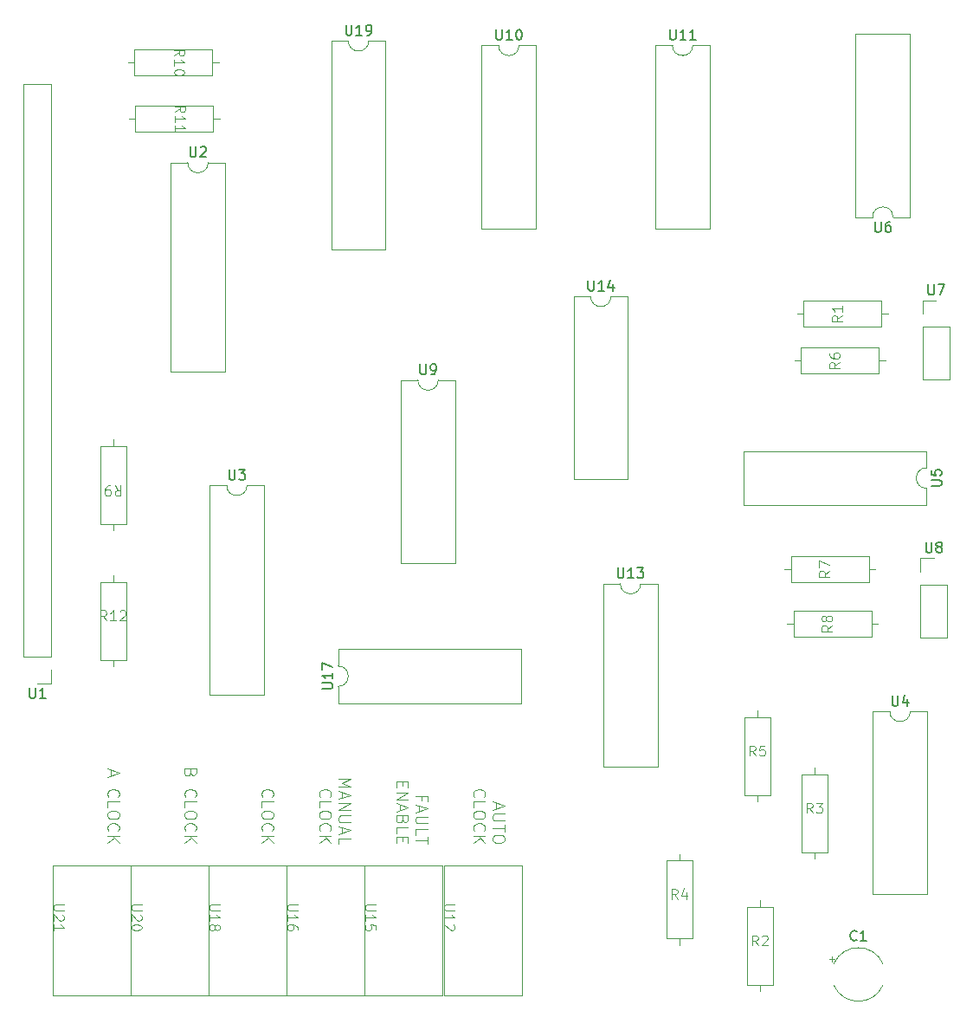
<source format=gbr>
%TF.GenerationSoftware,KiCad,Pcbnew,8.0.2-1*%
%TF.CreationDate,2024-08-04T08:33:09-04:00*%
%TF.ProjectId,clock,636c6f63-6b2e-46b6-9963-61645f706362,rev?*%
%TF.SameCoordinates,Original*%
%TF.FileFunction,Legend,Top*%
%TF.FilePolarity,Positive*%
%FSLAX46Y46*%
G04 Gerber Fmt 4.6, Leading zero omitted, Abs format (unit mm)*
G04 Created by KiCad (PCBNEW 8.0.2-1) date 2024-08-04 08:33:09*
%MOMM*%
%LPD*%
G01*
G04 APERTURE LIST*
%ADD10C,0.117000*%
%ADD11C,0.150000*%
%ADD12C,0.100000*%
%ADD13C,0.120000*%
G04 APERTURE END LIST*
D10*
X129745155Y-128081670D02*
X129745155Y-128638813D01*
X129410869Y-127970241D02*
X130580869Y-128360241D01*
X130580869Y-128360241D02*
X129410869Y-128750241D01*
X130580869Y-129140241D02*
X129633726Y-129140241D01*
X129633726Y-129140241D02*
X129522298Y-129195955D01*
X129522298Y-129195955D02*
X129466584Y-129251670D01*
X129466584Y-129251670D02*
X129410869Y-129363098D01*
X129410869Y-129363098D02*
X129410869Y-129585955D01*
X129410869Y-129585955D02*
X129466584Y-129697384D01*
X129466584Y-129697384D02*
X129522298Y-129753098D01*
X129522298Y-129753098D02*
X129633726Y-129808812D01*
X129633726Y-129808812D02*
X130580869Y-129808812D01*
X130580869Y-130198812D02*
X130580869Y-130867384D01*
X129410869Y-130533098D02*
X130580869Y-130533098D01*
X130580869Y-131480241D02*
X130580869Y-131703098D01*
X130580869Y-131703098D02*
X130525155Y-131814527D01*
X130525155Y-131814527D02*
X130413726Y-131925955D01*
X130413726Y-131925955D02*
X130190869Y-131981670D01*
X130190869Y-131981670D02*
X129800869Y-131981670D01*
X129800869Y-131981670D02*
X129578012Y-131925955D01*
X129578012Y-131925955D02*
X129466584Y-131814527D01*
X129466584Y-131814527D02*
X129410869Y-131703098D01*
X129410869Y-131703098D02*
X129410869Y-131480241D01*
X129410869Y-131480241D02*
X129466584Y-131368813D01*
X129466584Y-131368813D02*
X129578012Y-131257384D01*
X129578012Y-131257384D02*
X129800869Y-131201670D01*
X129800869Y-131201670D02*
X130190869Y-131201670D01*
X130190869Y-131201670D02*
X130413726Y-131257384D01*
X130413726Y-131257384D02*
X130525155Y-131368813D01*
X130525155Y-131368813D02*
X130580869Y-131480241D01*
X127638664Y-127468812D02*
X127582950Y-127413098D01*
X127582950Y-127413098D02*
X127527235Y-127245955D01*
X127527235Y-127245955D02*
X127527235Y-127134527D01*
X127527235Y-127134527D02*
X127582950Y-126967384D01*
X127582950Y-126967384D02*
X127694378Y-126855955D01*
X127694378Y-126855955D02*
X127805807Y-126800241D01*
X127805807Y-126800241D02*
X128028664Y-126744527D01*
X128028664Y-126744527D02*
X128195807Y-126744527D01*
X128195807Y-126744527D02*
X128418664Y-126800241D01*
X128418664Y-126800241D02*
X128530092Y-126855955D01*
X128530092Y-126855955D02*
X128641521Y-126967384D01*
X128641521Y-126967384D02*
X128697235Y-127134527D01*
X128697235Y-127134527D02*
X128697235Y-127245955D01*
X128697235Y-127245955D02*
X128641521Y-127413098D01*
X128641521Y-127413098D02*
X128585807Y-127468812D01*
X127527235Y-128527384D02*
X127527235Y-127970241D01*
X127527235Y-127970241D02*
X128697235Y-127970241D01*
X128697235Y-129140241D02*
X128697235Y-129363098D01*
X128697235Y-129363098D02*
X128641521Y-129474527D01*
X128641521Y-129474527D02*
X128530092Y-129585955D01*
X128530092Y-129585955D02*
X128307235Y-129641670D01*
X128307235Y-129641670D02*
X127917235Y-129641670D01*
X127917235Y-129641670D02*
X127694378Y-129585955D01*
X127694378Y-129585955D02*
X127582950Y-129474527D01*
X127582950Y-129474527D02*
X127527235Y-129363098D01*
X127527235Y-129363098D02*
X127527235Y-129140241D01*
X127527235Y-129140241D02*
X127582950Y-129028813D01*
X127582950Y-129028813D02*
X127694378Y-128917384D01*
X127694378Y-128917384D02*
X127917235Y-128861670D01*
X127917235Y-128861670D02*
X128307235Y-128861670D01*
X128307235Y-128861670D02*
X128530092Y-128917384D01*
X128530092Y-128917384D02*
X128641521Y-129028813D01*
X128641521Y-129028813D02*
X128697235Y-129140241D01*
X127638664Y-130811669D02*
X127582950Y-130755955D01*
X127582950Y-130755955D02*
X127527235Y-130588812D01*
X127527235Y-130588812D02*
X127527235Y-130477384D01*
X127527235Y-130477384D02*
X127582950Y-130310241D01*
X127582950Y-130310241D02*
X127694378Y-130198812D01*
X127694378Y-130198812D02*
X127805807Y-130143098D01*
X127805807Y-130143098D02*
X128028664Y-130087384D01*
X128028664Y-130087384D02*
X128195807Y-130087384D01*
X128195807Y-130087384D02*
X128418664Y-130143098D01*
X128418664Y-130143098D02*
X128530092Y-130198812D01*
X128530092Y-130198812D02*
X128641521Y-130310241D01*
X128641521Y-130310241D02*
X128697235Y-130477384D01*
X128697235Y-130477384D02*
X128697235Y-130588812D01*
X128697235Y-130588812D02*
X128641521Y-130755955D01*
X128641521Y-130755955D02*
X128585807Y-130811669D01*
X127527235Y-131313098D02*
X128697235Y-131313098D01*
X127527235Y-131981669D02*
X128195807Y-131480241D01*
X128697235Y-131981669D02*
X128028664Y-131313098D01*
X122489190Y-127803098D02*
X122489190Y-127413098D01*
X121876333Y-127413098D02*
X123046333Y-127413098D01*
X123046333Y-127413098D02*
X123046333Y-127970241D01*
X122210619Y-128360241D02*
X122210619Y-128917384D01*
X121876333Y-128248812D02*
X123046333Y-128638812D01*
X123046333Y-128638812D02*
X121876333Y-129028812D01*
X123046333Y-129418812D02*
X122099190Y-129418812D01*
X122099190Y-129418812D02*
X121987762Y-129474526D01*
X121987762Y-129474526D02*
X121932048Y-129530241D01*
X121932048Y-129530241D02*
X121876333Y-129641669D01*
X121876333Y-129641669D02*
X121876333Y-129864526D01*
X121876333Y-129864526D02*
X121932048Y-129975955D01*
X121932048Y-129975955D02*
X121987762Y-130031669D01*
X121987762Y-130031669D02*
X122099190Y-130087383D01*
X122099190Y-130087383D02*
X123046333Y-130087383D01*
X121876333Y-131201669D02*
X121876333Y-130644526D01*
X121876333Y-130644526D02*
X123046333Y-130644526D01*
X123046333Y-131424526D02*
X123046333Y-132093098D01*
X121876333Y-131758812D02*
X123046333Y-131758812D01*
X120605556Y-126020242D02*
X120605556Y-126410242D01*
X119992699Y-126577385D02*
X119992699Y-126020242D01*
X119992699Y-126020242D02*
X121162699Y-126020242D01*
X121162699Y-126020242D02*
X121162699Y-126577385D01*
X119992699Y-127078813D02*
X121162699Y-127078813D01*
X121162699Y-127078813D02*
X119992699Y-127747384D01*
X119992699Y-127747384D02*
X121162699Y-127747384D01*
X120326985Y-128248813D02*
X120326985Y-128805956D01*
X119992699Y-128137384D02*
X121162699Y-128527384D01*
X121162699Y-128527384D02*
X119992699Y-128917384D01*
X120605556Y-129697384D02*
X120549842Y-129864527D01*
X120549842Y-129864527D02*
X120494128Y-129920241D01*
X120494128Y-129920241D02*
X120382699Y-129975955D01*
X120382699Y-129975955D02*
X120215556Y-129975955D01*
X120215556Y-129975955D02*
X120104128Y-129920241D01*
X120104128Y-129920241D02*
X120048414Y-129864527D01*
X120048414Y-129864527D02*
X119992699Y-129753098D01*
X119992699Y-129753098D02*
X119992699Y-129307384D01*
X119992699Y-129307384D02*
X121162699Y-129307384D01*
X121162699Y-129307384D02*
X121162699Y-129697384D01*
X121162699Y-129697384D02*
X121106985Y-129808813D01*
X121106985Y-129808813D02*
X121051271Y-129864527D01*
X121051271Y-129864527D02*
X120939842Y-129920241D01*
X120939842Y-129920241D02*
X120828414Y-129920241D01*
X120828414Y-129920241D02*
X120716985Y-129864527D01*
X120716985Y-129864527D02*
X120661271Y-129808813D01*
X120661271Y-129808813D02*
X120605556Y-129697384D01*
X120605556Y-129697384D02*
X120605556Y-129307384D01*
X119992699Y-131034527D02*
X119992699Y-130477384D01*
X119992699Y-130477384D02*
X121162699Y-130477384D01*
X120605556Y-131424527D02*
X120605556Y-131814527D01*
X119992699Y-131981670D02*
X119992699Y-131424527D01*
X119992699Y-131424527D02*
X121162699Y-131424527D01*
X121162699Y-131424527D02*
X121162699Y-131981670D01*
X114341797Y-125741670D02*
X115511797Y-125741670D01*
X115511797Y-125741670D02*
X114676083Y-126131670D01*
X114676083Y-126131670D02*
X115511797Y-126521670D01*
X115511797Y-126521670D02*
X114341797Y-126521670D01*
X114676083Y-127023099D02*
X114676083Y-127580242D01*
X114341797Y-126911670D02*
X115511797Y-127301670D01*
X115511797Y-127301670D02*
X114341797Y-127691670D01*
X114341797Y-128081670D02*
X115511797Y-128081670D01*
X115511797Y-128081670D02*
X114341797Y-128750241D01*
X114341797Y-128750241D02*
X115511797Y-128750241D01*
X115511797Y-129307384D02*
X114564654Y-129307384D01*
X114564654Y-129307384D02*
X114453226Y-129363098D01*
X114453226Y-129363098D02*
X114397512Y-129418813D01*
X114397512Y-129418813D02*
X114341797Y-129530241D01*
X114341797Y-129530241D02*
X114341797Y-129753098D01*
X114341797Y-129753098D02*
X114397512Y-129864527D01*
X114397512Y-129864527D02*
X114453226Y-129920241D01*
X114453226Y-129920241D02*
X114564654Y-129975955D01*
X114564654Y-129975955D02*
X115511797Y-129975955D01*
X114676083Y-130477384D02*
X114676083Y-131034527D01*
X114341797Y-130365955D02*
X115511797Y-130755955D01*
X115511797Y-130755955D02*
X114341797Y-131145955D01*
X114341797Y-132093098D02*
X114341797Y-131535955D01*
X114341797Y-131535955D02*
X115511797Y-131535955D01*
X112569592Y-127468812D02*
X112513878Y-127413098D01*
X112513878Y-127413098D02*
X112458163Y-127245955D01*
X112458163Y-127245955D02*
X112458163Y-127134527D01*
X112458163Y-127134527D02*
X112513878Y-126967384D01*
X112513878Y-126967384D02*
X112625306Y-126855955D01*
X112625306Y-126855955D02*
X112736735Y-126800241D01*
X112736735Y-126800241D02*
X112959592Y-126744527D01*
X112959592Y-126744527D02*
X113126735Y-126744527D01*
X113126735Y-126744527D02*
X113349592Y-126800241D01*
X113349592Y-126800241D02*
X113461020Y-126855955D01*
X113461020Y-126855955D02*
X113572449Y-126967384D01*
X113572449Y-126967384D02*
X113628163Y-127134527D01*
X113628163Y-127134527D02*
X113628163Y-127245955D01*
X113628163Y-127245955D02*
X113572449Y-127413098D01*
X113572449Y-127413098D02*
X113516735Y-127468812D01*
X112458163Y-128527384D02*
X112458163Y-127970241D01*
X112458163Y-127970241D02*
X113628163Y-127970241D01*
X113628163Y-129140241D02*
X113628163Y-129363098D01*
X113628163Y-129363098D02*
X113572449Y-129474527D01*
X113572449Y-129474527D02*
X113461020Y-129585955D01*
X113461020Y-129585955D02*
X113238163Y-129641670D01*
X113238163Y-129641670D02*
X112848163Y-129641670D01*
X112848163Y-129641670D02*
X112625306Y-129585955D01*
X112625306Y-129585955D02*
X112513878Y-129474527D01*
X112513878Y-129474527D02*
X112458163Y-129363098D01*
X112458163Y-129363098D02*
X112458163Y-129140241D01*
X112458163Y-129140241D02*
X112513878Y-129028813D01*
X112513878Y-129028813D02*
X112625306Y-128917384D01*
X112625306Y-128917384D02*
X112848163Y-128861670D01*
X112848163Y-128861670D02*
X113238163Y-128861670D01*
X113238163Y-128861670D02*
X113461020Y-128917384D01*
X113461020Y-128917384D02*
X113572449Y-129028813D01*
X113572449Y-129028813D02*
X113628163Y-129140241D01*
X112569592Y-130811669D02*
X112513878Y-130755955D01*
X112513878Y-130755955D02*
X112458163Y-130588812D01*
X112458163Y-130588812D02*
X112458163Y-130477384D01*
X112458163Y-130477384D02*
X112513878Y-130310241D01*
X112513878Y-130310241D02*
X112625306Y-130198812D01*
X112625306Y-130198812D02*
X112736735Y-130143098D01*
X112736735Y-130143098D02*
X112959592Y-130087384D01*
X112959592Y-130087384D02*
X113126735Y-130087384D01*
X113126735Y-130087384D02*
X113349592Y-130143098D01*
X113349592Y-130143098D02*
X113461020Y-130198812D01*
X113461020Y-130198812D02*
X113572449Y-130310241D01*
X113572449Y-130310241D02*
X113628163Y-130477384D01*
X113628163Y-130477384D02*
X113628163Y-130588812D01*
X113628163Y-130588812D02*
X113572449Y-130755955D01*
X113572449Y-130755955D02*
X113516735Y-130811669D01*
X112458163Y-131313098D02*
X113628163Y-131313098D01*
X112458163Y-131981669D02*
X113126735Y-131480241D01*
X113628163Y-131981669D02*
X112959592Y-131313098D01*
X106918690Y-127468812D02*
X106862976Y-127413098D01*
X106862976Y-127413098D02*
X106807261Y-127245955D01*
X106807261Y-127245955D02*
X106807261Y-127134527D01*
X106807261Y-127134527D02*
X106862976Y-126967384D01*
X106862976Y-126967384D02*
X106974404Y-126855955D01*
X106974404Y-126855955D02*
X107085833Y-126800241D01*
X107085833Y-126800241D02*
X107308690Y-126744527D01*
X107308690Y-126744527D02*
X107475833Y-126744527D01*
X107475833Y-126744527D02*
X107698690Y-126800241D01*
X107698690Y-126800241D02*
X107810118Y-126855955D01*
X107810118Y-126855955D02*
X107921547Y-126967384D01*
X107921547Y-126967384D02*
X107977261Y-127134527D01*
X107977261Y-127134527D02*
X107977261Y-127245955D01*
X107977261Y-127245955D02*
X107921547Y-127413098D01*
X107921547Y-127413098D02*
X107865833Y-127468812D01*
X106807261Y-128527384D02*
X106807261Y-127970241D01*
X106807261Y-127970241D02*
X107977261Y-127970241D01*
X107977261Y-129140241D02*
X107977261Y-129363098D01*
X107977261Y-129363098D02*
X107921547Y-129474527D01*
X107921547Y-129474527D02*
X107810118Y-129585955D01*
X107810118Y-129585955D02*
X107587261Y-129641670D01*
X107587261Y-129641670D02*
X107197261Y-129641670D01*
X107197261Y-129641670D02*
X106974404Y-129585955D01*
X106974404Y-129585955D02*
X106862976Y-129474527D01*
X106862976Y-129474527D02*
X106807261Y-129363098D01*
X106807261Y-129363098D02*
X106807261Y-129140241D01*
X106807261Y-129140241D02*
X106862976Y-129028813D01*
X106862976Y-129028813D02*
X106974404Y-128917384D01*
X106974404Y-128917384D02*
X107197261Y-128861670D01*
X107197261Y-128861670D02*
X107587261Y-128861670D01*
X107587261Y-128861670D02*
X107810118Y-128917384D01*
X107810118Y-128917384D02*
X107921547Y-129028813D01*
X107921547Y-129028813D02*
X107977261Y-129140241D01*
X106918690Y-130811669D02*
X106862976Y-130755955D01*
X106862976Y-130755955D02*
X106807261Y-130588812D01*
X106807261Y-130588812D02*
X106807261Y-130477384D01*
X106807261Y-130477384D02*
X106862976Y-130310241D01*
X106862976Y-130310241D02*
X106974404Y-130198812D01*
X106974404Y-130198812D02*
X107085833Y-130143098D01*
X107085833Y-130143098D02*
X107308690Y-130087384D01*
X107308690Y-130087384D02*
X107475833Y-130087384D01*
X107475833Y-130087384D02*
X107698690Y-130143098D01*
X107698690Y-130143098D02*
X107810118Y-130198812D01*
X107810118Y-130198812D02*
X107921547Y-130310241D01*
X107921547Y-130310241D02*
X107977261Y-130477384D01*
X107977261Y-130477384D02*
X107977261Y-130588812D01*
X107977261Y-130588812D02*
X107921547Y-130755955D01*
X107921547Y-130755955D02*
X107865833Y-130811669D01*
X106807261Y-131313098D02*
X107977261Y-131313098D01*
X106807261Y-131981669D02*
X107475833Y-131480241D01*
X107977261Y-131981669D02*
X107308690Y-131313098D01*
X99885582Y-125128812D02*
X99829868Y-125295955D01*
X99829868Y-125295955D02*
X99774154Y-125351669D01*
X99774154Y-125351669D02*
X99662725Y-125407383D01*
X99662725Y-125407383D02*
X99495582Y-125407383D01*
X99495582Y-125407383D02*
X99384154Y-125351669D01*
X99384154Y-125351669D02*
X99328440Y-125295955D01*
X99328440Y-125295955D02*
X99272725Y-125184526D01*
X99272725Y-125184526D02*
X99272725Y-124738812D01*
X99272725Y-124738812D02*
X100442725Y-124738812D01*
X100442725Y-124738812D02*
X100442725Y-125128812D01*
X100442725Y-125128812D02*
X100387011Y-125240241D01*
X100387011Y-125240241D02*
X100331297Y-125295955D01*
X100331297Y-125295955D02*
X100219868Y-125351669D01*
X100219868Y-125351669D02*
X100108440Y-125351669D01*
X100108440Y-125351669D02*
X99997011Y-125295955D01*
X99997011Y-125295955D02*
X99941297Y-125240241D01*
X99941297Y-125240241D02*
X99885582Y-125128812D01*
X99885582Y-125128812D02*
X99885582Y-124738812D01*
X99384154Y-127468812D02*
X99328440Y-127413098D01*
X99328440Y-127413098D02*
X99272725Y-127245955D01*
X99272725Y-127245955D02*
X99272725Y-127134527D01*
X99272725Y-127134527D02*
X99328440Y-126967384D01*
X99328440Y-126967384D02*
X99439868Y-126855955D01*
X99439868Y-126855955D02*
X99551297Y-126800241D01*
X99551297Y-126800241D02*
X99774154Y-126744527D01*
X99774154Y-126744527D02*
X99941297Y-126744527D01*
X99941297Y-126744527D02*
X100164154Y-126800241D01*
X100164154Y-126800241D02*
X100275582Y-126855955D01*
X100275582Y-126855955D02*
X100387011Y-126967384D01*
X100387011Y-126967384D02*
X100442725Y-127134527D01*
X100442725Y-127134527D02*
X100442725Y-127245955D01*
X100442725Y-127245955D02*
X100387011Y-127413098D01*
X100387011Y-127413098D02*
X100331297Y-127468812D01*
X99272725Y-128527384D02*
X99272725Y-127970241D01*
X99272725Y-127970241D02*
X100442725Y-127970241D01*
X100442725Y-129140241D02*
X100442725Y-129363098D01*
X100442725Y-129363098D02*
X100387011Y-129474527D01*
X100387011Y-129474527D02*
X100275582Y-129585955D01*
X100275582Y-129585955D02*
X100052725Y-129641670D01*
X100052725Y-129641670D02*
X99662725Y-129641670D01*
X99662725Y-129641670D02*
X99439868Y-129585955D01*
X99439868Y-129585955D02*
X99328440Y-129474527D01*
X99328440Y-129474527D02*
X99272725Y-129363098D01*
X99272725Y-129363098D02*
X99272725Y-129140241D01*
X99272725Y-129140241D02*
X99328440Y-129028813D01*
X99328440Y-129028813D02*
X99439868Y-128917384D01*
X99439868Y-128917384D02*
X99662725Y-128861670D01*
X99662725Y-128861670D02*
X100052725Y-128861670D01*
X100052725Y-128861670D02*
X100275582Y-128917384D01*
X100275582Y-128917384D02*
X100387011Y-129028813D01*
X100387011Y-129028813D02*
X100442725Y-129140241D01*
X99384154Y-130811669D02*
X99328440Y-130755955D01*
X99328440Y-130755955D02*
X99272725Y-130588812D01*
X99272725Y-130588812D02*
X99272725Y-130477384D01*
X99272725Y-130477384D02*
X99328440Y-130310241D01*
X99328440Y-130310241D02*
X99439868Y-130198812D01*
X99439868Y-130198812D02*
X99551297Y-130143098D01*
X99551297Y-130143098D02*
X99774154Y-130087384D01*
X99774154Y-130087384D02*
X99941297Y-130087384D01*
X99941297Y-130087384D02*
X100164154Y-130143098D01*
X100164154Y-130143098D02*
X100275582Y-130198812D01*
X100275582Y-130198812D02*
X100387011Y-130310241D01*
X100387011Y-130310241D02*
X100442725Y-130477384D01*
X100442725Y-130477384D02*
X100442725Y-130588812D01*
X100442725Y-130588812D02*
X100387011Y-130755955D01*
X100387011Y-130755955D02*
X100331297Y-130811669D01*
X99272725Y-131313098D02*
X100442725Y-131313098D01*
X99272725Y-131981669D02*
X99941297Y-131480241D01*
X100442725Y-131981669D02*
X99774154Y-131313098D01*
X92072475Y-124850241D02*
X92072475Y-125407384D01*
X91738189Y-124738812D02*
X92908189Y-125128812D01*
X92908189Y-125128812D02*
X91738189Y-125518812D01*
X91849618Y-127468812D02*
X91793904Y-127413098D01*
X91793904Y-127413098D02*
X91738189Y-127245955D01*
X91738189Y-127245955D02*
X91738189Y-127134527D01*
X91738189Y-127134527D02*
X91793904Y-126967384D01*
X91793904Y-126967384D02*
X91905332Y-126855955D01*
X91905332Y-126855955D02*
X92016761Y-126800241D01*
X92016761Y-126800241D02*
X92239618Y-126744527D01*
X92239618Y-126744527D02*
X92406761Y-126744527D01*
X92406761Y-126744527D02*
X92629618Y-126800241D01*
X92629618Y-126800241D02*
X92741046Y-126855955D01*
X92741046Y-126855955D02*
X92852475Y-126967384D01*
X92852475Y-126967384D02*
X92908189Y-127134527D01*
X92908189Y-127134527D02*
X92908189Y-127245955D01*
X92908189Y-127245955D02*
X92852475Y-127413098D01*
X92852475Y-127413098D02*
X92796761Y-127468812D01*
X91738189Y-128527384D02*
X91738189Y-127970241D01*
X91738189Y-127970241D02*
X92908189Y-127970241D01*
X92908189Y-129140241D02*
X92908189Y-129363098D01*
X92908189Y-129363098D02*
X92852475Y-129474527D01*
X92852475Y-129474527D02*
X92741046Y-129585955D01*
X92741046Y-129585955D02*
X92518189Y-129641670D01*
X92518189Y-129641670D02*
X92128189Y-129641670D01*
X92128189Y-129641670D02*
X91905332Y-129585955D01*
X91905332Y-129585955D02*
X91793904Y-129474527D01*
X91793904Y-129474527D02*
X91738189Y-129363098D01*
X91738189Y-129363098D02*
X91738189Y-129140241D01*
X91738189Y-129140241D02*
X91793904Y-129028813D01*
X91793904Y-129028813D02*
X91905332Y-128917384D01*
X91905332Y-128917384D02*
X92128189Y-128861670D01*
X92128189Y-128861670D02*
X92518189Y-128861670D01*
X92518189Y-128861670D02*
X92741046Y-128917384D01*
X92741046Y-128917384D02*
X92852475Y-129028813D01*
X92852475Y-129028813D02*
X92908189Y-129140241D01*
X91849618Y-130811669D02*
X91793904Y-130755955D01*
X91793904Y-130755955D02*
X91738189Y-130588812D01*
X91738189Y-130588812D02*
X91738189Y-130477384D01*
X91738189Y-130477384D02*
X91793904Y-130310241D01*
X91793904Y-130310241D02*
X91905332Y-130198812D01*
X91905332Y-130198812D02*
X92016761Y-130143098D01*
X92016761Y-130143098D02*
X92239618Y-130087384D01*
X92239618Y-130087384D02*
X92406761Y-130087384D01*
X92406761Y-130087384D02*
X92629618Y-130143098D01*
X92629618Y-130143098D02*
X92741046Y-130198812D01*
X92741046Y-130198812D02*
X92852475Y-130310241D01*
X92852475Y-130310241D02*
X92908189Y-130477384D01*
X92908189Y-130477384D02*
X92908189Y-130588812D01*
X92908189Y-130588812D02*
X92852475Y-130755955D01*
X92852475Y-130755955D02*
X92796761Y-130811669D01*
X91738189Y-131313098D02*
X92908189Y-131313098D01*
X91738189Y-131981669D02*
X92406761Y-131480241D01*
X92908189Y-131981669D02*
X92239618Y-131313098D01*
D11*
X165034333Y-141458580D02*
X164986714Y-141506200D01*
X164986714Y-141506200D02*
X164843857Y-141553819D01*
X164843857Y-141553819D02*
X164748619Y-141553819D01*
X164748619Y-141553819D02*
X164605762Y-141506200D01*
X164605762Y-141506200D02*
X164510524Y-141410961D01*
X164510524Y-141410961D02*
X164462905Y-141315723D01*
X164462905Y-141315723D02*
X164415286Y-141125247D01*
X164415286Y-141125247D02*
X164415286Y-140982390D01*
X164415286Y-140982390D02*
X164462905Y-140791914D01*
X164462905Y-140791914D02*
X164510524Y-140696676D01*
X164510524Y-140696676D02*
X164605762Y-140601438D01*
X164605762Y-140601438D02*
X164748619Y-140553819D01*
X164748619Y-140553819D02*
X164843857Y-140553819D01*
X164843857Y-140553819D02*
X164986714Y-140601438D01*
X164986714Y-140601438D02*
X165034333Y-140649057D01*
X165986714Y-141553819D02*
X165415286Y-141553819D01*
X165701000Y-141553819D02*
X165701000Y-140553819D01*
X165701000Y-140553819D02*
X165605762Y-140696676D01*
X165605762Y-140696676D02*
X165510524Y-140791914D01*
X165510524Y-140791914D02*
X165415286Y-140839533D01*
D12*
X98342580Y-60557142D02*
X98818771Y-60223809D01*
X98342580Y-59985714D02*
X99342580Y-59985714D01*
X99342580Y-59985714D02*
X99342580Y-60366666D01*
X99342580Y-60366666D02*
X99294961Y-60461904D01*
X99294961Y-60461904D02*
X99247342Y-60509523D01*
X99247342Y-60509523D02*
X99152104Y-60557142D01*
X99152104Y-60557142D02*
X99009247Y-60557142D01*
X99009247Y-60557142D02*
X98914009Y-60509523D01*
X98914009Y-60509523D02*
X98866390Y-60461904D01*
X98866390Y-60461904D02*
X98818771Y-60366666D01*
X98818771Y-60366666D02*
X98818771Y-59985714D01*
X98342580Y-61509523D02*
X98342580Y-60938095D01*
X98342580Y-61223809D02*
X99342580Y-61223809D01*
X99342580Y-61223809D02*
X99199723Y-61128571D01*
X99199723Y-61128571D02*
X99104485Y-61033333D01*
X99104485Y-61033333D02*
X99056866Y-60938095D01*
X98342580Y-62461904D02*
X98342580Y-61890476D01*
X98342580Y-62176190D02*
X99342580Y-62176190D01*
X99342580Y-62176190D02*
X99199723Y-62080952D01*
X99199723Y-62080952D02*
X99104485Y-61985714D01*
X99104485Y-61985714D02*
X99056866Y-61890476D01*
D11*
X122348095Y-85199819D02*
X122348095Y-86009342D01*
X122348095Y-86009342D02*
X122395714Y-86104580D01*
X122395714Y-86104580D02*
X122443333Y-86152200D01*
X122443333Y-86152200D02*
X122538571Y-86199819D01*
X122538571Y-86199819D02*
X122729047Y-86199819D01*
X122729047Y-86199819D02*
X122824285Y-86152200D01*
X122824285Y-86152200D02*
X122871904Y-86104580D01*
X122871904Y-86104580D02*
X122919523Y-86009342D01*
X122919523Y-86009342D02*
X122919523Y-85199819D01*
X123443333Y-86199819D02*
X123633809Y-86199819D01*
X123633809Y-86199819D02*
X123729047Y-86152200D01*
X123729047Y-86152200D02*
X123776666Y-86104580D01*
X123776666Y-86104580D02*
X123871904Y-85961723D01*
X123871904Y-85961723D02*
X123919523Y-85771247D01*
X123919523Y-85771247D02*
X123919523Y-85390295D01*
X123919523Y-85390295D02*
X123871904Y-85295057D01*
X123871904Y-85295057D02*
X123824285Y-85247438D01*
X123824285Y-85247438D02*
X123729047Y-85199819D01*
X123729047Y-85199819D02*
X123538571Y-85199819D01*
X123538571Y-85199819D02*
X123443333Y-85247438D01*
X123443333Y-85247438D02*
X123395714Y-85295057D01*
X123395714Y-85295057D02*
X123348095Y-85390295D01*
X123348095Y-85390295D02*
X123348095Y-85628390D01*
X123348095Y-85628390D02*
X123395714Y-85723628D01*
X123395714Y-85723628D02*
X123443333Y-85771247D01*
X123443333Y-85771247D02*
X123538571Y-85818866D01*
X123538571Y-85818866D02*
X123729047Y-85818866D01*
X123729047Y-85818866D02*
X123824285Y-85771247D01*
X123824285Y-85771247D02*
X123871904Y-85723628D01*
X123871904Y-85723628D02*
X123919523Y-85628390D01*
X138771905Y-77024819D02*
X138771905Y-77834342D01*
X138771905Y-77834342D02*
X138819524Y-77929580D01*
X138819524Y-77929580D02*
X138867143Y-77977200D01*
X138867143Y-77977200D02*
X138962381Y-78024819D01*
X138962381Y-78024819D02*
X139152857Y-78024819D01*
X139152857Y-78024819D02*
X139248095Y-77977200D01*
X139248095Y-77977200D02*
X139295714Y-77929580D01*
X139295714Y-77929580D02*
X139343333Y-77834342D01*
X139343333Y-77834342D02*
X139343333Y-77024819D01*
X140343333Y-78024819D02*
X139771905Y-78024819D01*
X140057619Y-78024819D02*
X140057619Y-77024819D01*
X140057619Y-77024819D02*
X139962381Y-77167676D01*
X139962381Y-77167676D02*
X139867143Y-77262914D01*
X139867143Y-77262914D02*
X139771905Y-77310533D01*
X141200476Y-77358152D02*
X141200476Y-78024819D01*
X140962381Y-76977200D02*
X140724286Y-77691485D01*
X140724286Y-77691485D02*
X141343333Y-77691485D01*
X115071905Y-52049819D02*
X115071905Y-52859342D01*
X115071905Y-52859342D02*
X115119524Y-52954580D01*
X115119524Y-52954580D02*
X115167143Y-53002200D01*
X115167143Y-53002200D02*
X115262381Y-53049819D01*
X115262381Y-53049819D02*
X115452857Y-53049819D01*
X115452857Y-53049819D02*
X115548095Y-53002200D01*
X115548095Y-53002200D02*
X115595714Y-52954580D01*
X115595714Y-52954580D02*
X115643333Y-52859342D01*
X115643333Y-52859342D02*
X115643333Y-52049819D01*
X116643333Y-53049819D02*
X116071905Y-53049819D01*
X116357619Y-53049819D02*
X116357619Y-52049819D01*
X116357619Y-52049819D02*
X116262381Y-52192676D01*
X116262381Y-52192676D02*
X116167143Y-52287914D01*
X116167143Y-52287914D02*
X116071905Y-52335533D01*
X117119524Y-53049819D02*
X117310000Y-53049819D01*
X117310000Y-53049819D02*
X117405238Y-53002200D01*
X117405238Y-53002200D02*
X117452857Y-52954580D01*
X117452857Y-52954580D02*
X117548095Y-52811723D01*
X117548095Y-52811723D02*
X117595714Y-52621247D01*
X117595714Y-52621247D02*
X117595714Y-52240295D01*
X117595714Y-52240295D02*
X117548095Y-52145057D01*
X117548095Y-52145057D02*
X117500476Y-52097438D01*
X117500476Y-52097438D02*
X117405238Y-52049819D01*
X117405238Y-52049819D02*
X117214762Y-52049819D01*
X117214762Y-52049819D02*
X117119524Y-52097438D01*
X117119524Y-52097438D02*
X117071905Y-52145057D01*
X117071905Y-52145057D02*
X117024286Y-52240295D01*
X117024286Y-52240295D02*
X117024286Y-52478390D01*
X117024286Y-52478390D02*
X117071905Y-52573628D01*
X117071905Y-52573628D02*
X117119524Y-52621247D01*
X117119524Y-52621247D02*
X117214762Y-52668866D01*
X117214762Y-52668866D02*
X117405238Y-52668866D01*
X117405238Y-52668866D02*
X117500476Y-52621247D01*
X117500476Y-52621247D02*
X117548095Y-52573628D01*
X117548095Y-52573628D02*
X117595714Y-52478390D01*
D12*
X162369419Y-105391666D02*
X161893228Y-105724999D01*
X162369419Y-105963094D02*
X161369419Y-105963094D01*
X161369419Y-105963094D02*
X161369419Y-105582142D01*
X161369419Y-105582142D02*
X161417038Y-105486904D01*
X161417038Y-105486904D02*
X161464657Y-105439285D01*
X161464657Y-105439285D02*
X161559895Y-105391666D01*
X161559895Y-105391666D02*
X161702752Y-105391666D01*
X161702752Y-105391666D02*
X161797990Y-105439285D01*
X161797990Y-105439285D02*
X161845609Y-105486904D01*
X161845609Y-105486904D02*
X161893228Y-105582142D01*
X161893228Y-105582142D02*
X161893228Y-105963094D01*
X161369419Y-105058332D02*
X161369419Y-104391666D01*
X161369419Y-104391666D02*
X162369419Y-104820237D01*
X102712580Y-138016905D02*
X101903057Y-138016905D01*
X101903057Y-138016905D02*
X101807819Y-138064524D01*
X101807819Y-138064524D02*
X101760200Y-138112143D01*
X101760200Y-138112143D02*
X101712580Y-138207381D01*
X101712580Y-138207381D02*
X101712580Y-138397857D01*
X101712580Y-138397857D02*
X101760200Y-138493095D01*
X101760200Y-138493095D02*
X101807819Y-138540714D01*
X101807819Y-138540714D02*
X101903057Y-138588333D01*
X101903057Y-138588333D02*
X102712580Y-138588333D01*
X101712580Y-139588333D02*
X101712580Y-139016905D01*
X101712580Y-139302619D02*
X102712580Y-139302619D01*
X102712580Y-139302619D02*
X102569723Y-139207381D01*
X102569723Y-139207381D02*
X102474485Y-139112143D01*
X102474485Y-139112143D02*
X102426866Y-139016905D01*
X102284009Y-140159762D02*
X102331628Y-140064524D01*
X102331628Y-140064524D02*
X102379247Y-140016905D01*
X102379247Y-140016905D02*
X102474485Y-139969286D01*
X102474485Y-139969286D02*
X102522104Y-139969286D01*
X102522104Y-139969286D02*
X102617342Y-140016905D01*
X102617342Y-140016905D02*
X102664961Y-140064524D01*
X102664961Y-140064524D02*
X102712580Y-140159762D01*
X102712580Y-140159762D02*
X102712580Y-140350238D01*
X102712580Y-140350238D02*
X102664961Y-140445476D01*
X102664961Y-140445476D02*
X102617342Y-140493095D01*
X102617342Y-140493095D02*
X102522104Y-140540714D01*
X102522104Y-140540714D02*
X102474485Y-140540714D01*
X102474485Y-140540714D02*
X102379247Y-140493095D01*
X102379247Y-140493095D02*
X102331628Y-140445476D01*
X102331628Y-140445476D02*
X102284009Y-140350238D01*
X102284009Y-140350238D02*
X102284009Y-140159762D01*
X102284009Y-140159762D02*
X102236390Y-140064524D01*
X102236390Y-140064524D02*
X102188771Y-140016905D01*
X102188771Y-140016905D02*
X102093533Y-139969286D01*
X102093533Y-139969286D02*
X101903057Y-139969286D01*
X101903057Y-139969286D02*
X101807819Y-140016905D01*
X101807819Y-140016905D02*
X101760200Y-140064524D01*
X101760200Y-140064524D02*
X101712580Y-140159762D01*
X101712580Y-140159762D02*
X101712580Y-140350238D01*
X101712580Y-140350238D02*
X101760200Y-140445476D01*
X101760200Y-140445476D02*
X101807819Y-140493095D01*
X101807819Y-140493095D02*
X101903057Y-140540714D01*
X101903057Y-140540714D02*
X102093533Y-140540714D01*
X102093533Y-140540714D02*
X102188771Y-140493095D01*
X102188771Y-140493095D02*
X102236390Y-140445476D01*
X102236390Y-140445476D02*
X102284009Y-140350238D01*
X160716333Y-129058419D02*
X160383000Y-128582228D01*
X160144905Y-129058419D02*
X160144905Y-128058419D01*
X160144905Y-128058419D02*
X160525857Y-128058419D01*
X160525857Y-128058419D02*
X160621095Y-128106038D01*
X160621095Y-128106038D02*
X160668714Y-128153657D01*
X160668714Y-128153657D02*
X160716333Y-128248895D01*
X160716333Y-128248895D02*
X160716333Y-128391752D01*
X160716333Y-128391752D02*
X160668714Y-128486990D01*
X160668714Y-128486990D02*
X160621095Y-128534609D01*
X160621095Y-128534609D02*
X160525857Y-128582228D01*
X160525857Y-128582228D02*
X160144905Y-128582228D01*
X161049667Y-128058419D02*
X161668714Y-128058419D01*
X161668714Y-128058419D02*
X161335381Y-128439371D01*
X161335381Y-128439371D02*
X161478238Y-128439371D01*
X161478238Y-128439371D02*
X161573476Y-128486990D01*
X161573476Y-128486990D02*
X161621095Y-128534609D01*
X161621095Y-128534609D02*
X161668714Y-128629847D01*
X161668714Y-128629847D02*
X161668714Y-128867942D01*
X161668714Y-128867942D02*
X161621095Y-128963180D01*
X161621095Y-128963180D02*
X161573476Y-129010800D01*
X161573476Y-129010800D02*
X161478238Y-129058419D01*
X161478238Y-129058419D02*
X161192524Y-129058419D01*
X161192524Y-129058419D02*
X161097286Y-129010800D01*
X161097286Y-129010800D02*
X161049667Y-128963180D01*
D11*
X84142995Y-116833219D02*
X84142995Y-117642742D01*
X84142995Y-117642742D02*
X84190614Y-117737980D01*
X84190614Y-117737980D02*
X84238233Y-117785600D01*
X84238233Y-117785600D02*
X84333471Y-117833219D01*
X84333471Y-117833219D02*
X84523947Y-117833219D01*
X84523947Y-117833219D02*
X84619185Y-117785600D01*
X84619185Y-117785600D02*
X84666804Y-117737980D01*
X84666804Y-117737980D02*
X84714423Y-117642742D01*
X84714423Y-117642742D02*
X84714423Y-116833219D01*
X85714423Y-117833219D02*
X85142995Y-117833219D01*
X85428709Y-117833219D02*
X85428709Y-116833219D01*
X85428709Y-116833219D02*
X85333471Y-116976076D01*
X85333471Y-116976076D02*
X85238233Y-117071314D01*
X85238233Y-117071314D02*
X85142995Y-117118933D01*
X168513095Y-117584819D02*
X168513095Y-118394342D01*
X168513095Y-118394342D02*
X168560714Y-118489580D01*
X168560714Y-118489580D02*
X168608333Y-118537200D01*
X168608333Y-118537200D02*
X168703571Y-118584819D01*
X168703571Y-118584819D02*
X168894047Y-118584819D01*
X168894047Y-118584819D02*
X168989285Y-118537200D01*
X168989285Y-118537200D02*
X169036904Y-118489580D01*
X169036904Y-118489580D02*
X169084523Y-118394342D01*
X169084523Y-118394342D02*
X169084523Y-117584819D01*
X169989285Y-117918152D02*
X169989285Y-118584819D01*
X169751190Y-117537200D02*
X169513095Y-118251485D01*
X169513095Y-118251485D02*
X170132142Y-118251485D01*
D12*
X155382333Y-142012419D02*
X155049000Y-141536228D01*
X154810905Y-142012419D02*
X154810905Y-141012419D01*
X154810905Y-141012419D02*
X155191857Y-141012419D01*
X155191857Y-141012419D02*
X155287095Y-141060038D01*
X155287095Y-141060038D02*
X155334714Y-141107657D01*
X155334714Y-141107657D02*
X155382333Y-141202895D01*
X155382333Y-141202895D02*
X155382333Y-141345752D01*
X155382333Y-141345752D02*
X155334714Y-141440990D01*
X155334714Y-141440990D02*
X155287095Y-141488609D01*
X155287095Y-141488609D02*
X155191857Y-141536228D01*
X155191857Y-141536228D02*
X154810905Y-141536228D01*
X155763286Y-141107657D02*
X155810905Y-141060038D01*
X155810905Y-141060038D02*
X155906143Y-141012419D01*
X155906143Y-141012419D02*
X156144238Y-141012419D01*
X156144238Y-141012419D02*
X156239476Y-141060038D01*
X156239476Y-141060038D02*
X156287095Y-141107657D01*
X156287095Y-141107657D02*
X156334714Y-141202895D01*
X156334714Y-141202895D02*
X156334714Y-141298133D01*
X156334714Y-141298133D02*
X156287095Y-141440990D01*
X156287095Y-141440990D02*
X155715667Y-142012419D01*
X155715667Y-142012419D02*
X156334714Y-142012419D01*
X162623419Y-110725666D02*
X162147228Y-111058999D01*
X162623419Y-111297094D02*
X161623419Y-111297094D01*
X161623419Y-111297094D02*
X161623419Y-110916142D01*
X161623419Y-110916142D02*
X161671038Y-110820904D01*
X161671038Y-110820904D02*
X161718657Y-110773285D01*
X161718657Y-110773285D02*
X161813895Y-110725666D01*
X161813895Y-110725666D02*
X161956752Y-110725666D01*
X161956752Y-110725666D02*
X162051990Y-110773285D01*
X162051990Y-110773285D02*
X162099609Y-110820904D01*
X162099609Y-110820904D02*
X162147228Y-110916142D01*
X162147228Y-110916142D02*
X162147228Y-111297094D01*
X162051990Y-110154237D02*
X162004371Y-110249475D01*
X162004371Y-110249475D02*
X161956752Y-110297094D01*
X161956752Y-110297094D02*
X161861514Y-110344713D01*
X161861514Y-110344713D02*
X161813895Y-110344713D01*
X161813895Y-110344713D02*
X161718657Y-110297094D01*
X161718657Y-110297094D02*
X161671038Y-110249475D01*
X161671038Y-110249475D02*
X161623419Y-110154237D01*
X161623419Y-110154237D02*
X161623419Y-109963761D01*
X161623419Y-109963761D02*
X161671038Y-109868523D01*
X161671038Y-109868523D02*
X161718657Y-109820904D01*
X161718657Y-109820904D02*
X161813895Y-109773285D01*
X161813895Y-109773285D02*
X161861514Y-109773285D01*
X161861514Y-109773285D02*
X161956752Y-109820904D01*
X161956752Y-109820904D02*
X162004371Y-109868523D01*
X162004371Y-109868523D02*
X162051990Y-109963761D01*
X162051990Y-109963761D02*
X162051990Y-110154237D01*
X162051990Y-110154237D02*
X162099609Y-110249475D01*
X162099609Y-110249475D02*
X162147228Y-110297094D01*
X162147228Y-110297094D02*
X162242466Y-110344713D01*
X162242466Y-110344713D02*
X162432942Y-110344713D01*
X162432942Y-110344713D02*
X162528180Y-110297094D01*
X162528180Y-110297094D02*
X162575800Y-110249475D01*
X162575800Y-110249475D02*
X162623419Y-110154237D01*
X162623419Y-110154237D02*
X162623419Y-109963761D01*
X162623419Y-109963761D02*
X162575800Y-109868523D01*
X162575800Y-109868523D02*
X162528180Y-109820904D01*
X162528180Y-109820904D02*
X162432942Y-109773285D01*
X162432942Y-109773285D02*
X162242466Y-109773285D01*
X162242466Y-109773285D02*
X162147228Y-109820904D01*
X162147228Y-109820904D02*
X162099609Y-109868523D01*
X162099609Y-109868523D02*
X162051990Y-109963761D01*
D11*
X172324819Y-97096904D02*
X173134342Y-97096904D01*
X173134342Y-97096904D02*
X173229580Y-97049285D01*
X173229580Y-97049285D02*
X173277200Y-97001666D01*
X173277200Y-97001666D02*
X173324819Y-96906428D01*
X173324819Y-96906428D02*
X173324819Y-96715952D01*
X173324819Y-96715952D02*
X173277200Y-96620714D01*
X173277200Y-96620714D02*
X173229580Y-96573095D01*
X173229580Y-96573095D02*
X173134342Y-96525476D01*
X173134342Y-96525476D02*
X172324819Y-96525476D01*
X172324819Y-95573095D02*
X172324819Y-96049285D01*
X172324819Y-96049285D02*
X172801009Y-96096904D01*
X172801009Y-96096904D02*
X172753390Y-96049285D01*
X172753390Y-96049285D02*
X172705771Y-95954047D01*
X172705771Y-95954047D02*
X172705771Y-95715952D01*
X172705771Y-95715952D02*
X172753390Y-95620714D01*
X172753390Y-95620714D02*
X172801009Y-95573095D01*
X172801009Y-95573095D02*
X172896247Y-95525476D01*
X172896247Y-95525476D02*
X173134342Y-95525476D01*
X173134342Y-95525476D02*
X173229580Y-95573095D01*
X173229580Y-95573095D02*
X173277200Y-95620714D01*
X173277200Y-95620714D02*
X173324819Y-95715952D01*
X173324819Y-95715952D02*
X173324819Y-95954047D01*
X173324819Y-95954047D02*
X173277200Y-96049285D01*
X173277200Y-96049285D02*
X173229580Y-96096904D01*
D12*
X147508333Y-137482419D02*
X147175000Y-137006228D01*
X146936905Y-137482419D02*
X146936905Y-136482419D01*
X146936905Y-136482419D02*
X147317857Y-136482419D01*
X147317857Y-136482419D02*
X147413095Y-136530038D01*
X147413095Y-136530038D02*
X147460714Y-136577657D01*
X147460714Y-136577657D02*
X147508333Y-136672895D01*
X147508333Y-136672895D02*
X147508333Y-136815752D01*
X147508333Y-136815752D02*
X147460714Y-136910990D01*
X147460714Y-136910990D02*
X147413095Y-136958609D01*
X147413095Y-136958609D02*
X147317857Y-137006228D01*
X147317857Y-137006228D02*
X146936905Y-137006228D01*
X148365476Y-136815752D02*
X148365476Y-137482419D01*
X148127381Y-136434800D02*
X147889286Y-137149085D01*
X147889286Y-137149085D02*
X148508333Y-137149085D01*
X95092580Y-138016905D02*
X94283057Y-138016905D01*
X94283057Y-138016905D02*
X94187819Y-138064524D01*
X94187819Y-138064524D02*
X94140200Y-138112143D01*
X94140200Y-138112143D02*
X94092580Y-138207381D01*
X94092580Y-138207381D02*
X94092580Y-138397857D01*
X94092580Y-138397857D02*
X94140200Y-138493095D01*
X94140200Y-138493095D02*
X94187819Y-138540714D01*
X94187819Y-138540714D02*
X94283057Y-138588333D01*
X94283057Y-138588333D02*
X95092580Y-138588333D01*
X94997342Y-139016905D02*
X95044961Y-139064524D01*
X95044961Y-139064524D02*
X95092580Y-139159762D01*
X95092580Y-139159762D02*
X95092580Y-139397857D01*
X95092580Y-139397857D02*
X95044961Y-139493095D01*
X95044961Y-139493095D02*
X94997342Y-139540714D01*
X94997342Y-139540714D02*
X94902104Y-139588333D01*
X94902104Y-139588333D02*
X94806866Y-139588333D01*
X94806866Y-139588333D02*
X94664009Y-139540714D01*
X94664009Y-139540714D02*
X94092580Y-138969286D01*
X94092580Y-138969286D02*
X94092580Y-139588333D01*
X95092580Y-140207381D02*
X95092580Y-140302619D01*
X95092580Y-140302619D02*
X95044961Y-140397857D01*
X95044961Y-140397857D02*
X94997342Y-140445476D01*
X94997342Y-140445476D02*
X94902104Y-140493095D01*
X94902104Y-140493095D02*
X94711628Y-140540714D01*
X94711628Y-140540714D02*
X94473533Y-140540714D01*
X94473533Y-140540714D02*
X94283057Y-140493095D01*
X94283057Y-140493095D02*
X94187819Y-140445476D01*
X94187819Y-140445476D02*
X94140200Y-140397857D01*
X94140200Y-140397857D02*
X94092580Y-140302619D01*
X94092580Y-140302619D02*
X94092580Y-140207381D01*
X94092580Y-140207381D02*
X94140200Y-140112143D01*
X94140200Y-140112143D02*
X94187819Y-140064524D01*
X94187819Y-140064524D02*
X94283057Y-140016905D01*
X94283057Y-140016905D02*
X94473533Y-139969286D01*
X94473533Y-139969286D02*
X94711628Y-139969286D01*
X94711628Y-139969286D02*
X94902104Y-140016905D01*
X94902104Y-140016905D02*
X94997342Y-140064524D01*
X94997342Y-140064524D02*
X95044961Y-140112143D01*
X95044961Y-140112143D02*
X95092580Y-140207381D01*
D11*
X103648095Y-95490819D02*
X103648095Y-96300342D01*
X103648095Y-96300342D02*
X103695714Y-96395580D01*
X103695714Y-96395580D02*
X103743333Y-96443200D01*
X103743333Y-96443200D02*
X103838571Y-96490819D01*
X103838571Y-96490819D02*
X104029047Y-96490819D01*
X104029047Y-96490819D02*
X104124285Y-96443200D01*
X104124285Y-96443200D02*
X104171904Y-96395580D01*
X104171904Y-96395580D02*
X104219523Y-96300342D01*
X104219523Y-96300342D02*
X104219523Y-95490819D01*
X104600476Y-95490819D02*
X105219523Y-95490819D01*
X105219523Y-95490819D02*
X104886190Y-95871771D01*
X104886190Y-95871771D02*
X105029047Y-95871771D01*
X105029047Y-95871771D02*
X105124285Y-95919390D01*
X105124285Y-95919390D02*
X105171904Y-95967009D01*
X105171904Y-95967009D02*
X105219523Y-96062247D01*
X105219523Y-96062247D02*
X105219523Y-96300342D01*
X105219523Y-96300342D02*
X105171904Y-96395580D01*
X105171904Y-96395580D02*
X105124285Y-96443200D01*
X105124285Y-96443200D02*
X105029047Y-96490819D01*
X105029047Y-96490819D02*
X104743333Y-96490819D01*
X104743333Y-96490819D02*
X104648095Y-96443200D01*
X104648095Y-96443200D02*
X104600476Y-96395580D01*
X141671905Y-105099819D02*
X141671905Y-105909342D01*
X141671905Y-105909342D02*
X141719524Y-106004580D01*
X141719524Y-106004580D02*
X141767143Y-106052200D01*
X141767143Y-106052200D02*
X141862381Y-106099819D01*
X141862381Y-106099819D02*
X142052857Y-106099819D01*
X142052857Y-106099819D02*
X142148095Y-106052200D01*
X142148095Y-106052200D02*
X142195714Y-106004580D01*
X142195714Y-106004580D02*
X142243333Y-105909342D01*
X142243333Y-105909342D02*
X142243333Y-105099819D01*
X143243333Y-106099819D02*
X142671905Y-106099819D01*
X142957619Y-106099819D02*
X142957619Y-105099819D01*
X142957619Y-105099819D02*
X142862381Y-105242676D01*
X142862381Y-105242676D02*
X142767143Y-105337914D01*
X142767143Y-105337914D02*
X142671905Y-105385533D01*
X143576667Y-105099819D02*
X144195714Y-105099819D01*
X144195714Y-105099819D02*
X143862381Y-105480771D01*
X143862381Y-105480771D02*
X144005238Y-105480771D01*
X144005238Y-105480771D02*
X144100476Y-105528390D01*
X144100476Y-105528390D02*
X144148095Y-105576009D01*
X144148095Y-105576009D02*
X144195714Y-105671247D01*
X144195714Y-105671247D02*
X144195714Y-105909342D01*
X144195714Y-105909342D02*
X144148095Y-106004580D01*
X144148095Y-106004580D02*
X144100476Y-106052200D01*
X144100476Y-106052200D02*
X144005238Y-106099819D01*
X144005238Y-106099819D02*
X143719524Y-106099819D01*
X143719524Y-106099819D02*
X143624286Y-106052200D01*
X143624286Y-106052200D02*
X143576667Y-106004580D01*
D12*
X125692580Y-138016905D02*
X124883057Y-138016905D01*
X124883057Y-138016905D02*
X124787819Y-138064524D01*
X124787819Y-138064524D02*
X124740200Y-138112143D01*
X124740200Y-138112143D02*
X124692580Y-138207381D01*
X124692580Y-138207381D02*
X124692580Y-138397857D01*
X124692580Y-138397857D02*
X124740200Y-138493095D01*
X124740200Y-138493095D02*
X124787819Y-138540714D01*
X124787819Y-138540714D02*
X124883057Y-138588333D01*
X124883057Y-138588333D02*
X125692580Y-138588333D01*
X124692580Y-139588333D02*
X124692580Y-139016905D01*
X124692580Y-139302619D02*
X125692580Y-139302619D01*
X125692580Y-139302619D02*
X125549723Y-139207381D01*
X125549723Y-139207381D02*
X125454485Y-139112143D01*
X125454485Y-139112143D02*
X125406866Y-139016905D01*
X125597342Y-139969286D02*
X125644961Y-140016905D01*
X125644961Y-140016905D02*
X125692580Y-140112143D01*
X125692580Y-140112143D02*
X125692580Y-140350238D01*
X125692580Y-140350238D02*
X125644961Y-140445476D01*
X125644961Y-140445476D02*
X125597342Y-140493095D01*
X125597342Y-140493095D02*
X125502104Y-140540714D01*
X125502104Y-140540714D02*
X125406866Y-140540714D01*
X125406866Y-140540714D02*
X125264009Y-140493095D01*
X125264009Y-140493095D02*
X124692580Y-139921667D01*
X124692580Y-139921667D02*
X124692580Y-140540714D01*
X98262580Y-55057142D02*
X98738771Y-54723809D01*
X98262580Y-54485714D02*
X99262580Y-54485714D01*
X99262580Y-54485714D02*
X99262580Y-54866666D01*
X99262580Y-54866666D02*
X99214961Y-54961904D01*
X99214961Y-54961904D02*
X99167342Y-55009523D01*
X99167342Y-55009523D02*
X99072104Y-55057142D01*
X99072104Y-55057142D02*
X98929247Y-55057142D01*
X98929247Y-55057142D02*
X98834009Y-55009523D01*
X98834009Y-55009523D02*
X98786390Y-54961904D01*
X98786390Y-54961904D02*
X98738771Y-54866666D01*
X98738771Y-54866666D02*
X98738771Y-54485714D01*
X98262580Y-56009523D02*
X98262580Y-55438095D01*
X98262580Y-55723809D02*
X99262580Y-55723809D01*
X99262580Y-55723809D02*
X99119723Y-55628571D01*
X99119723Y-55628571D02*
X99024485Y-55533333D01*
X99024485Y-55533333D02*
X98976866Y-55438095D01*
X99262580Y-56628571D02*
X99262580Y-56723809D01*
X99262580Y-56723809D02*
X99214961Y-56819047D01*
X99214961Y-56819047D02*
X99167342Y-56866666D01*
X99167342Y-56866666D02*
X99072104Y-56914285D01*
X99072104Y-56914285D02*
X98881628Y-56961904D01*
X98881628Y-56961904D02*
X98643533Y-56961904D01*
X98643533Y-56961904D02*
X98453057Y-56914285D01*
X98453057Y-56914285D02*
X98357819Y-56866666D01*
X98357819Y-56866666D02*
X98310200Y-56819047D01*
X98310200Y-56819047D02*
X98262580Y-56723809D01*
X98262580Y-56723809D02*
X98262580Y-56628571D01*
X98262580Y-56628571D02*
X98310200Y-56533333D01*
X98310200Y-56533333D02*
X98357819Y-56485714D01*
X98357819Y-56485714D02*
X98453057Y-56438095D01*
X98453057Y-56438095D02*
X98643533Y-56390476D01*
X98643533Y-56390476D02*
X98881628Y-56390476D01*
X98881628Y-56390476D02*
X99072104Y-56438095D01*
X99072104Y-56438095D02*
X99167342Y-56485714D01*
X99167342Y-56485714D02*
X99214961Y-56533333D01*
X99214961Y-56533333D02*
X99262580Y-56628571D01*
X163359419Y-85023666D02*
X162883228Y-85356999D01*
X163359419Y-85595094D02*
X162359419Y-85595094D01*
X162359419Y-85595094D02*
X162359419Y-85214142D01*
X162359419Y-85214142D02*
X162407038Y-85118904D01*
X162407038Y-85118904D02*
X162454657Y-85071285D01*
X162454657Y-85071285D02*
X162549895Y-85023666D01*
X162549895Y-85023666D02*
X162692752Y-85023666D01*
X162692752Y-85023666D02*
X162787990Y-85071285D01*
X162787990Y-85071285D02*
X162835609Y-85118904D01*
X162835609Y-85118904D02*
X162883228Y-85214142D01*
X162883228Y-85214142D02*
X162883228Y-85595094D01*
X162359419Y-84166523D02*
X162359419Y-84356999D01*
X162359419Y-84356999D02*
X162407038Y-84452237D01*
X162407038Y-84452237D02*
X162454657Y-84499856D01*
X162454657Y-84499856D02*
X162597514Y-84595094D01*
X162597514Y-84595094D02*
X162787990Y-84642713D01*
X162787990Y-84642713D02*
X163168942Y-84642713D01*
X163168942Y-84642713D02*
X163264180Y-84595094D01*
X163264180Y-84595094D02*
X163311800Y-84547475D01*
X163311800Y-84547475D02*
X163359419Y-84452237D01*
X163359419Y-84452237D02*
X163359419Y-84261761D01*
X163359419Y-84261761D02*
X163311800Y-84166523D01*
X163311800Y-84166523D02*
X163264180Y-84118904D01*
X163264180Y-84118904D02*
X163168942Y-84071285D01*
X163168942Y-84071285D02*
X162930847Y-84071285D01*
X162930847Y-84071285D02*
X162835609Y-84118904D01*
X162835609Y-84118904D02*
X162787990Y-84166523D01*
X162787990Y-84166523D02*
X162740371Y-84261761D01*
X162740371Y-84261761D02*
X162740371Y-84452237D01*
X162740371Y-84452237D02*
X162787990Y-84547475D01*
X162787990Y-84547475D02*
X162835609Y-84595094D01*
X162835609Y-84595094D02*
X162930847Y-84642713D01*
X110332580Y-138016905D02*
X109523057Y-138016905D01*
X109523057Y-138016905D02*
X109427819Y-138064524D01*
X109427819Y-138064524D02*
X109380200Y-138112143D01*
X109380200Y-138112143D02*
X109332580Y-138207381D01*
X109332580Y-138207381D02*
X109332580Y-138397857D01*
X109332580Y-138397857D02*
X109380200Y-138493095D01*
X109380200Y-138493095D02*
X109427819Y-138540714D01*
X109427819Y-138540714D02*
X109523057Y-138588333D01*
X109523057Y-138588333D02*
X110332580Y-138588333D01*
X109332580Y-139588333D02*
X109332580Y-139016905D01*
X109332580Y-139302619D02*
X110332580Y-139302619D01*
X110332580Y-139302619D02*
X110189723Y-139207381D01*
X110189723Y-139207381D02*
X110094485Y-139112143D01*
X110094485Y-139112143D02*
X110046866Y-139016905D01*
X110332580Y-140445476D02*
X110332580Y-140255000D01*
X110332580Y-140255000D02*
X110284961Y-140159762D01*
X110284961Y-140159762D02*
X110237342Y-140112143D01*
X110237342Y-140112143D02*
X110094485Y-140016905D01*
X110094485Y-140016905D02*
X109904009Y-139969286D01*
X109904009Y-139969286D02*
X109523057Y-139969286D01*
X109523057Y-139969286D02*
X109427819Y-140016905D01*
X109427819Y-140016905D02*
X109380200Y-140064524D01*
X109380200Y-140064524D02*
X109332580Y-140159762D01*
X109332580Y-140159762D02*
X109332580Y-140350238D01*
X109332580Y-140350238D02*
X109380200Y-140445476D01*
X109380200Y-140445476D02*
X109427819Y-140493095D01*
X109427819Y-140493095D02*
X109523057Y-140540714D01*
X109523057Y-140540714D02*
X109761152Y-140540714D01*
X109761152Y-140540714D02*
X109856390Y-140493095D01*
X109856390Y-140493095D02*
X109904009Y-140445476D01*
X109904009Y-140445476D02*
X109951628Y-140350238D01*
X109951628Y-140350238D02*
X109951628Y-140159762D01*
X109951628Y-140159762D02*
X109904009Y-140064524D01*
X109904009Y-140064524D02*
X109856390Y-140016905D01*
X109856390Y-140016905D02*
X109761152Y-139969286D01*
D11*
X171810095Y-102603819D02*
X171810095Y-103413342D01*
X171810095Y-103413342D02*
X171857714Y-103508580D01*
X171857714Y-103508580D02*
X171905333Y-103556200D01*
X171905333Y-103556200D02*
X172000571Y-103603819D01*
X172000571Y-103603819D02*
X172191047Y-103603819D01*
X172191047Y-103603819D02*
X172286285Y-103556200D01*
X172286285Y-103556200D02*
X172333904Y-103508580D01*
X172333904Y-103508580D02*
X172381523Y-103413342D01*
X172381523Y-103413342D02*
X172381523Y-102603819D01*
X173000571Y-103032390D02*
X172905333Y-102984771D01*
X172905333Y-102984771D02*
X172857714Y-102937152D01*
X172857714Y-102937152D02*
X172810095Y-102841914D01*
X172810095Y-102841914D02*
X172810095Y-102794295D01*
X172810095Y-102794295D02*
X172857714Y-102699057D01*
X172857714Y-102699057D02*
X172905333Y-102651438D01*
X172905333Y-102651438D02*
X173000571Y-102603819D01*
X173000571Y-102603819D02*
X173191047Y-102603819D01*
X173191047Y-102603819D02*
X173286285Y-102651438D01*
X173286285Y-102651438D02*
X173333904Y-102699057D01*
X173333904Y-102699057D02*
X173381523Y-102794295D01*
X173381523Y-102794295D02*
X173381523Y-102841914D01*
X173381523Y-102841914D02*
X173333904Y-102937152D01*
X173333904Y-102937152D02*
X173286285Y-102984771D01*
X173286285Y-102984771D02*
X173191047Y-103032390D01*
X173191047Y-103032390D02*
X173000571Y-103032390D01*
X173000571Y-103032390D02*
X172905333Y-103080009D01*
X172905333Y-103080009D02*
X172857714Y-103127628D01*
X172857714Y-103127628D02*
X172810095Y-103222866D01*
X172810095Y-103222866D02*
X172810095Y-103413342D01*
X172810095Y-103413342D02*
X172857714Y-103508580D01*
X172857714Y-103508580D02*
X172905333Y-103556200D01*
X172905333Y-103556200D02*
X173000571Y-103603819D01*
X173000571Y-103603819D02*
X173191047Y-103603819D01*
X173191047Y-103603819D02*
X173286285Y-103556200D01*
X173286285Y-103556200D02*
X173333904Y-103508580D01*
X173333904Y-103508580D02*
X173381523Y-103413342D01*
X173381523Y-103413342D02*
X173381523Y-103222866D01*
X173381523Y-103222866D02*
X173333904Y-103127628D01*
X173333904Y-103127628D02*
X173286285Y-103080009D01*
X173286285Y-103080009D02*
X173191047Y-103032390D01*
D12*
X91657142Y-110257419D02*
X91323809Y-109781228D01*
X91085714Y-110257419D02*
X91085714Y-109257419D01*
X91085714Y-109257419D02*
X91466666Y-109257419D01*
X91466666Y-109257419D02*
X91561904Y-109305038D01*
X91561904Y-109305038D02*
X91609523Y-109352657D01*
X91609523Y-109352657D02*
X91657142Y-109447895D01*
X91657142Y-109447895D02*
X91657142Y-109590752D01*
X91657142Y-109590752D02*
X91609523Y-109685990D01*
X91609523Y-109685990D02*
X91561904Y-109733609D01*
X91561904Y-109733609D02*
X91466666Y-109781228D01*
X91466666Y-109781228D02*
X91085714Y-109781228D01*
X92609523Y-110257419D02*
X92038095Y-110257419D01*
X92323809Y-110257419D02*
X92323809Y-109257419D01*
X92323809Y-109257419D02*
X92228571Y-109400276D01*
X92228571Y-109400276D02*
X92133333Y-109495514D01*
X92133333Y-109495514D02*
X92038095Y-109543133D01*
X92990476Y-109352657D02*
X93038095Y-109305038D01*
X93038095Y-109305038D02*
X93133333Y-109257419D01*
X93133333Y-109257419D02*
X93371428Y-109257419D01*
X93371428Y-109257419D02*
X93466666Y-109305038D01*
X93466666Y-109305038D02*
X93514285Y-109352657D01*
X93514285Y-109352657D02*
X93561904Y-109447895D01*
X93561904Y-109447895D02*
X93561904Y-109543133D01*
X93561904Y-109543133D02*
X93514285Y-109685990D01*
X93514285Y-109685990D02*
X92942857Y-110257419D01*
X92942857Y-110257419D02*
X93561904Y-110257419D01*
D11*
X172038095Y-77424819D02*
X172038095Y-78234342D01*
X172038095Y-78234342D02*
X172085714Y-78329580D01*
X172085714Y-78329580D02*
X172133333Y-78377200D01*
X172133333Y-78377200D02*
X172228571Y-78424819D01*
X172228571Y-78424819D02*
X172419047Y-78424819D01*
X172419047Y-78424819D02*
X172514285Y-78377200D01*
X172514285Y-78377200D02*
X172561904Y-78329580D01*
X172561904Y-78329580D02*
X172609523Y-78234342D01*
X172609523Y-78234342D02*
X172609523Y-77424819D01*
X172990476Y-77424819D02*
X173657142Y-77424819D01*
X173657142Y-77424819D02*
X173228571Y-78424819D01*
D12*
X87472580Y-138016905D02*
X86663057Y-138016905D01*
X86663057Y-138016905D02*
X86567819Y-138064524D01*
X86567819Y-138064524D02*
X86520200Y-138112143D01*
X86520200Y-138112143D02*
X86472580Y-138207381D01*
X86472580Y-138207381D02*
X86472580Y-138397857D01*
X86472580Y-138397857D02*
X86520200Y-138493095D01*
X86520200Y-138493095D02*
X86567819Y-138540714D01*
X86567819Y-138540714D02*
X86663057Y-138588333D01*
X86663057Y-138588333D02*
X87472580Y-138588333D01*
X87377342Y-139016905D02*
X87424961Y-139064524D01*
X87424961Y-139064524D02*
X87472580Y-139159762D01*
X87472580Y-139159762D02*
X87472580Y-139397857D01*
X87472580Y-139397857D02*
X87424961Y-139493095D01*
X87424961Y-139493095D02*
X87377342Y-139540714D01*
X87377342Y-139540714D02*
X87282104Y-139588333D01*
X87282104Y-139588333D02*
X87186866Y-139588333D01*
X87186866Y-139588333D02*
X87044009Y-139540714D01*
X87044009Y-139540714D02*
X86472580Y-138969286D01*
X86472580Y-138969286D02*
X86472580Y-139588333D01*
X86472580Y-140540714D02*
X86472580Y-139969286D01*
X86472580Y-140255000D02*
X87472580Y-140255000D01*
X87472580Y-140255000D02*
X87329723Y-140159762D01*
X87329723Y-140159762D02*
X87234485Y-140064524D01*
X87234485Y-140064524D02*
X87186866Y-139969286D01*
D11*
X129771905Y-52499819D02*
X129771905Y-53309342D01*
X129771905Y-53309342D02*
X129819524Y-53404580D01*
X129819524Y-53404580D02*
X129867143Y-53452200D01*
X129867143Y-53452200D02*
X129962381Y-53499819D01*
X129962381Y-53499819D02*
X130152857Y-53499819D01*
X130152857Y-53499819D02*
X130248095Y-53452200D01*
X130248095Y-53452200D02*
X130295714Y-53404580D01*
X130295714Y-53404580D02*
X130343333Y-53309342D01*
X130343333Y-53309342D02*
X130343333Y-52499819D01*
X131343333Y-53499819D02*
X130771905Y-53499819D01*
X131057619Y-53499819D02*
X131057619Y-52499819D01*
X131057619Y-52499819D02*
X130962381Y-52642676D01*
X130962381Y-52642676D02*
X130867143Y-52737914D01*
X130867143Y-52737914D02*
X130771905Y-52785533D01*
X131962381Y-52499819D02*
X132057619Y-52499819D01*
X132057619Y-52499819D02*
X132152857Y-52547438D01*
X132152857Y-52547438D02*
X132200476Y-52595057D01*
X132200476Y-52595057D02*
X132248095Y-52690295D01*
X132248095Y-52690295D02*
X132295714Y-52880771D01*
X132295714Y-52880771D02*
X132295714Y-53118866D01*
X132295714Y-53118866D02*
X132248095Y-53309342D01*
X132248095Y-53309342D02*
X132200476Y-53404580D01*
X132200476Y-53404580D02*
X132152857Y-53452200D01*
X132152857Y-53452200D02*
X132057619Y-53499819D01*
X132057619Y-53499819D02*
X131962381Y-53499819D01*
X131962381Y-53499819D02*
X131867143Y-53452200D01*
X131867143Y-53452200D02*
X131819524Y-53404580D01*
X131819524Y-53404580D02*
X131771905Y-53309342D01*
X131771905Y-53309342D02*
X131724286Y-53118866D01*
X131724286Y-53118866D02*
X131724286Y-52880771D01*
X131724286Y-52880771D02*
X131771905Y-52690295D01*
X131771905Y-52690295D02*
X131819524Y-52595057D01*
X131819524Y-52595057D02*
X131867143Y-52547438D01*
X131867143Y-52547438D02*
X131962381Y-52499819D01*
D12*
X163613419Y-80451666D02*
X163137228Y-80784999D01*
X163613419Y-81023094D02*
X162613419Y-81023094D01*
X162613419Y-81023094D02*
X162613419Y-80642142D01*
X162613419Y-80642142D02*
X162661038Y-80546904D01*
X162661038Y-80546904D02*
X162708657Y-80499285D01*
X162708657Y-80499285D02*
X162803895Y-80451666D01*
X162803895Y-80451666D02*
X162946752Y-80451666D01*
X162946752Y-80451666D02*
X163041990Y-80499285D01*
X163041990Y-80499285D02*
X163089609Y-80546904D01*
X163089609Y-80546904D02*
X163137228Y-80642142D01*
X163137228Y-80642142D02*
X163137228Y-81023094D01*
X163613419Y-79499285D02*
X163613419Y-80070713D01*
X163613419Y-79784999D02*
X162613419Y-79784999D01*
X162613419Y-79784999D02*
X162756276Y-79880237D01*
X162756276Y-79880237D02*
X162851514Y-79975475D01*
X162851514Y-79975475D02*
X162899133Y-80070713D01*
X155128333Y-123470419D02*
X154795000Y-122994228D01*
X154556905Y-123470419D02*
X154556905Y-122470419D01*
X154556905Y-122470419D02*
X154937857Y-122470419D01*
X154937857Y-122470419D02*
X155033095Y-122518038D01*
X155033095Y-122518038D02*
X155080714Y-122565657D01*
X155080714Y-122565657D02*
X155128333Y-122660895D01*
X155128333Y-122660895D02*
X155128333Y-122803752D01*
X155128333Y-122803752D02*
X155080714Y-122898990D01*
X155080714Y-122898990D02*
X155033095Y-122946609D01*
X155033095Y-122946609D02*
X154937857Y-122994228D01*
X154937857Y-122994228D02*
X154556905Y-122994228D01*
X156033095Y-122470419D02*
X155556905Y-122470419D01*
X155556905Y-122470419D02*
X155509286Y-122946609D01*
X155509286Y-122946609D02*
X155556905Y-122898990D01*
X155556905Y-122898990D02*
X155652143Y-122851371D01*
X155652143Y-122851371D02*
X155890238Y-122851371D01*
X155890238Y-122851371D02*
X155985476Y-122898990D01*
X155985476Y-122898990D02*
X156033095Y-122946609D01*
X156033095Y-122946609D02*
X156080714Y-123041847D01*
X156080714Y-123041847D02*
X156080714Y-123279942D01*
X156080714Y-123279942D02*
X156033095Y-123375180D01*
X156033095Y-123375180D02*
X155985476Y-123422800D01*
X155985476Y-123422800D02*
X155890238Y-123470419D01*
X155890238Y-123470419D02*
X155652143Y-123470419D01*
X155652143Y-123470419D02*
X155556905Y-123422800D01*
X155556905Y-123422800D02*
X155509286Y-123375180D01*
D11*
X112764819Y-116928094D02*
X113574342Y-116928094D01*
X113574342Y-116928094D02*
X113669580Y-116880475D01*
X113669580Y-116880475D02*
X113717200Y-116832856D01*
X113717200Y-116832856D02*
X113764819Y-116737618D01*
X113764819Y-116737618D02*
X113764819Y-116547142D01*
X113764819Y-116547142D02*
X113717200Y-116451904D01*
X113717200Y-116451904D02*
X113669580Y-116404285D01*
X113669580Y-116404285D02*
X113574342Y-116356666D01*
X113574342Y-116356666D02*
X112764819Y-116356666D01*
X113764819Y-115356666D02*
X113764819Y-115928094D01*
X113764819Y-115642380D02*
X112764819Y-115642380D01*
X112764819Y-115642380D02*
X112907676Y-115737618D01*
X112907676Y-115737618D02*
X113002914Y-115832856D01*
X113002914Y-115832856D02*
X113050533Y-115928094D01*
X112764819Y-115023332D02*
X112764819Y-114356666D01*
X112764819Y-114356666D02*
X113764819Y-114785237D01*
D12*
X92466666Y-97062580D02*
X92799999Y-97538771D01*
X93038094Y-97062580D02*
X93038094Y-98062580D01*
X93038094Y-98062580D02*
X92657142Y-98062580D01*
X92657142Y-98062580D02*
X92561904Y-98014961D01*
X92561904Y-98014961D02*
X92514285Y-97967342D01*
X92514285Y-97967342D02*
X92466666Y-97872104D01*
X92466666Y-97872104D02*
X92466666Y-97729247D01*
X92466666Y-97729247D02*
X92514285Y-97634009D01*
X92514285Y-97634009D02*
X92561904Y-97586390D01*
X92561904Y-97586390D02*
X92657142Y-97538771D01*
X92657142Y-97538771D02*
X93038094Y-97538771D01*
X91990475Y-97062580D02*
X91799999Y-97062580D01*
X91799999Y-97062580D02*
X91704761Y-97110200D01*
X91704761Y-97110200D02*
X91657142Y-97157819D01*
X91657142Y-97157819D02*
X91561904Y-97300676D01*
X91561904Y-97300676D02*
X91514285Y-97491152D01*
X91514285Y-97491152D02*
X91514285Y-97872104D01*
X91514285Y-97872104D02*
X91561904Y-97967342D01*
X91561904Y-97967342D02*
X91609523Y-98014961D01*
X91609523Y-98014961D02*
X91704761Y-98062580D01*
X91704761Y-98062580D02*
X91895237Y-98062580D01*
X91895237Y-98062580D02*
X91990475Y-98014961D01*
X91990475Y-98014961D02*
X92038094Y-97967342D01*
X92038094Y-97967342D02*
X92085713Y-97872104D01*
X92085713Y-97872104D02*
X92085713Y-97634009D01*
X92085713Y-97634009D02*
X92038094Y-97538771D01*
X92038094Y-97538771D02*
X91990475Y-97491152D01*
X91990475Y-97491152D02*
X91895237Y-97443533D01*
X91895237Y-97443533D02*
X91704761Y-97443533D01*
X91704761Y-97443533D02*
X91609523Y-97491152D01*
X91609523Y-97491152D02*
X91561904Y-97538771D01*
X91561904Y-97538771D02*
X91514285Y-97634009D01*
D11*
X166828095Y-71284819D02*
X166828095Y-72094342D01*
X166828095Y-72094342D02*
X166875714Y-72189580D01*
X166875714Y-72189580D02*
X166923333Y-72237200D01*
X166923333Y-72237200D02*
X167018571Y-72284819D01*
X167018571Y-72284819D02*
X167209047Y-72284819D01*
X167209047Y-72284819D02*
X167304285Y-72237200D01*
X167304285Y-72237200D02*
X167351904Y-72189580D01*
X167351904Y-72189580D02*
X167399523Y-72094342D01*
X167399523Y-72094342D02*
X167399523Y-71284819D01*
X168304285Y-71284819D02*
X168113809Y-71284819D01*
X168113809Y-71284819D02*
X168018571Y-71332438D01*
X168018571Y-71332438D02*
X167970952Y-71380057D01*
X167970952Y-71380057D02*
X167875714Y-71522914D01*
X167875714Y-71522914D02*
X167828095Y-71713390D01*
X167828095Y-71713390D02*
X167828095Y-72094342D01*
X167828095Y-72094342D02*
X167875714Y-72189580D01*
X167875714Y-72189580D02*
X167923333Y-72237200D01*
X167923333Y-72237200D02*
X168018571Y-72284819D01*
X168018571Y-72284819D02*
X168209047Y-72284819D01*
X168209047Y-72284819D02*
X168304285Y-72237200D01*
X168304285Y-72237200D02*
X168351904Y-72189580D01*
X168351904Y-72189580D02*
X168399523Y-72094342D01*
X168399523Y-72094342D02*
X168399523Y-71856247D01*
X168399523Y-71856247D02*
X168351904Y-71761009D01*
X168351904Y-71761009D02*
X168304285Y-71713390D01*
X168304285Y-71713390D02*
X168209047Y-71665771D01*
X168209047Y-71665771D02*
X168018571Y-71665771D01*
X168018571Y-71665771D02*
X167923333Y-71713390D01*
X167923333Y-71713390D02*
X167875714Y-71761009D01*
X167875714Y-71761009D02*
X167828095Y-71856247D01*
X99848095Y-63949819D02*
X99848095Y-64759342D01*
X99848095Y-64759342D02*
X99895714Y-64854580D01*
X99895714Y-64854580D02*
X99943333Y-64902200D01*
X99943333Y-64902200D02*
X100038571Y-64949819D01*
X100038571Y-64949819D02*
X100229047Y-64949819D01*
X100229047Y-64949819D02*
X100324285Y-64902200D01*
X100324285Y-64902200D02*
X100371904Y-64854580D01*
X100371904Y-64854580D02*
X100419523Y-64759342D01*
X100419523Y-64759342D02*
X100419523Y-63949819D01*
X100848095Y-64045057D02*
X100895714Y-63997438D01*
X100895714Y-63997438D02*
X100990952Y-63949819D01*
X100990952Y-63949819D02*
X101229047Y-63949819D01*
X101229047Y-63949819D02*
X101324285Y-63997438D01*
X101324285Y-63997438D02*
X101371904Y-64045057D01*
X101371904Y-64045057D02*
X101419523Y-64140295D01*
X101419523Y-64140295D02*
X101419523Y-64235533D01*
X101419523Y-64235533D02*
X101371904Y-64378390D01*
X101371904Y-64378390D02*
X100800476Y-64949819D01*
X100800476Y-64949819D02*
X101419523Y-64949819D01*
X146771905Y-52499819D02*
X146771905Y-53309342D01*
X146771905Y-53309342D02*
X146819524Y-53404580D01*
X146819524Y-53404580D02*
X146867143Y-53452200D01*
X146867143Y-53452200D02*
X146962381Y-53499819D01*
X146962381Y-53499819D02*
X147152857Y-53499819D01*
X147152857Y-53499819D02*
X147248095Y-53452200D01*
X147248095Y-53452200D02*
X147295714Y-53404580D01*
X147295714Y-53404580D02*
X147343333Y-53309342D01*
X147343333Y-53309342D02*
X147343333Y-52499819D01*
X148343333Y-53499819D02*
X147771905Y-53499819D01*
X148057619Y-53499819D02*
X148057619Y-52499819D01*
X148057619Y-52499819D02*
X147962381Y-52642676D01*
X147962381Y-52642676D02*
X147867143Y-52737914D01*
X147867143Y-52737914D02*
X147771905Y-52785533D01*
X149295714Y-53499819D02*
X148724286Y-53499819D01*
X149010000Y-53499819D02*
X149010000Y-52499819D01*
X149010000Y-52499819D02*
X148914762Y-52642676D01*
X148914762Y-52642676D02*
X148819524Y-52737914D01*
X148819524Y-52737914D02*
X148724286Y-52785533D01*
D12*
X117952580Y-138016905D02*
X117143057Y-138016905D01*
X117143057Y-138016905D02*
X117047819Y-138064524D01*
X117047819Y-138064524D02*
X117000200Y-138112143D01*
X117000200Y-138112143D02*
X116952580Y-138207381D01*
X116952580Y-138207381D02*
X116952580Y-138397857D01*
X116952580Y-138397857D02*
X117000200Y-138493095D01*
X117000200Y-138493095D02*
X117047819Y-138540714D01*
X117047819Y-138540714D02*
X117143057Y-138588333D01*
X117143057Y-138588333D02*
X117952580Y-138588333D01*
X116952580Y-139588333D02*
X116952580Y-139016905D01*
X116952580Y-139302619D02*
X117952580Y-139302619D01*
X117952580Y-139302619D02*
X117809723Y-139207381D01*
X117809723Y-139207381D02*
X117714485Y-139112143D01*
X117714485Y-139112143D02*
X117666866Y-139016905D01*
X117952580Y-140493095D02*
X117952580Y-140016905D01*
X117952580Y-140016905D02*
X117476390Y-139969286D01*
X117476390Y-139969286D02*
X117524009Y-140016905D01*
X117524009Y-140016905D02*
X117571628Y-140112143D01*
X117571628Y-140112143D02*
X117571628Y-140350238D01*
X117571628Y-140350238D02*
X117524009Y-140445476D01*
X117524009Y-140445476D02*
X117476390Y-140493095D01*
X117476390Y-140493095D02*
X117381152Y-140540714D01*
X117381152Y-140540714D02*
X117143057Y-140540714D01*
X117143057Y-140540714D02*
X117047819Y-140493095D01*
X117047819Y-140493095D02*
X117000200Y-140445476D01*
X117000200Y-140445476D02*
X116952580Y-140350238D01*
X116952580Y-140350238D02*
X116952580Y-140112143D01*
X116952580Y-140112143D02*
X117000200Y-140016905D01*
X117000200Y-140016905D02*
X117047819Y-139969286D01*
D13*
%TO.C,C1*%
X162396225Y-143374000D02*
X162896225Y-143374000D01*
X162646225Y-143124000D02*
X162646225Y-143624000D01*
X162805003Y-143789000D02*
G75*
G02*
X167596997Y-143789000I2395997J-1060001D01*
G01*
X167596997Y-145909000D02*
G75*
G02*
X162805003Y-145909000I-2395997J1060001D01*
G01*
D12*
%TO.C,R11*%
X93855000Y-61200000D02*
X94490000Y-61200000D01*
X102110000Y-61200000D02*
X102745000Y-61200000D01*
X102110000Y-59930000D02*
X94490000Y-59930000D01*
X94490000Y-62470000D01*
X102110000Y-62470000D01*
X102110000Y-59930000D01*
D13*
%TO.C,U9*%
X120460000Y-86745000D02*
X120460000Y-104645000D01*
X120460000Y-104645000D02*
X125760000Y-104645000D01*
X122110000Y-86745000D02*
X120460000Y-86745000D01*
X125760000Y-86745000D02*
X124110000Y-86745000D01*
X125760000Y-104645000D02*
X125760000Y-86745000D01*
X124110000Y-86745000D02*
G75*
G02*
X122110000Y-86745000I-1000000J0D01*
G01*
%TO.C,U14*%
X137360000Y-78570000D02*
X137360000Y-96470000D01*
X137360000Y-96470000D02*
X142660000Y-96470000D01*
X139010000Y-78570000D02*
X137360000Y-78570000D01*
X142660000Y-78570000D02*
X141010000Y-78570000D01*
X142660000Y-96470000D02*
X142660000Y-78570000D01*
X141010000Y-78570000D02*
G75*
G02*
X139010000Y-78570000I-1000000J0D01*
G01*
%TO.C,U19*%
X113660000Y-53595000D02*
X113660000Y-74035000D01*
X113660000Y-74035000D02*
X118960000Y-74035000D01*
X115310000Y-53595000D02*
X113660000Y-53595000D01*
X118960000Y-53595000D02*
X117310000Y-53595000D01*
X118960000Y-74035000D02*
X118960000Y-53595000D01*
X117310000Y-53595000D02*
G75*
G02*
X115310000Y-53595000I-1000000J0D01*
G01*
D12*
%TO.C,R7*%
X158602000Y-105225000D02*
X157967000Y-105225000D01*
X166857000Y-105225000D02*
X166222000Y-105225000D01*
X158602000Y-106495000D02*
X166222000Y-106495000D01*
X166222000Y-103955000D01*
X158602000Y-103955000D01*
X158602000Y-106495000D01*
%TO.C,U18*%
X109290000Y-134175000D02*
X101670000Y-134175000D01*
X101670000Y-146875000D01*
X109290000Y-146875000D01*
X109290000Y-134175000D01*
%TO.C,R3*%
X160883000Y-125291000D02*
X160883000Y-124656000D01*
X160883000Y-133546000D02*
X160883000Y-132911000D01*
X159613000Y-125291000D02*
X162153000Y-125291000D01*
X162153000Y-132911000D01*
X159613000Y-132911000D01*
X159613000Y-125291000D01*
D13*
%TO.C,U1*%
X83574900Y-113778400D02*
X83574900Y-57838400D01*
X86234900Y-57838400D02*
X83574900Y-57838400D01*
X86234900Y-113778400D02*
X83574900Y-113778400D01*
X86234900Y-113778400D02*
X86234900Y-57838400D01*
X86234900Y-115048400D02*
X86234900Y-116378400D01*
X86234900Y-116378400D02*
X84904900Y-116378400D01*
%TO.C,U4*%
X166625000Y-119130000D02*
X166625000Y-137030000D01*
X166625000Y-137030000D02*
X171925000Y-137030000D01*
X168275000Y-119130000D02*
X166625000Y-119130000D01*
X171925000Y-119130000D02*
X170275000Y-119130000D01*
X171925000Y-137030000D02*
X171925000Y-119130000D01*
X170275000Y-119130000D02*
G75*
G02*
X168275000Y-119130000I-1000000J0D01*
G01*
D12*
%TO.C,R2*%
X155549000Y-138245000D02*
X155549000Y-137610000D01*
X155549000Y-146500000D02*
X155549000Y-145865000D01*
X154279000Y-138245000D02*
X156819000Y-138245000D01*
X156819000Y-145865000D01*
X154279000Y-145865000D01*
X154279000Y-138245000D01*
%TO.C,R8*%
X158856000Y-110559000D02*
X158221000Y-110559000D01*
X167111000Y-110559000D02*
X166476000Y-110559000D01*
X158856000Y-111829000D02*
X166476000Y-111829000D01*
X166476000Y-109289000D01*
X158856000Y-109289000D01*
X158856000Y-111829000D01*
D13*
%TO.C,U5*%
X153970000Y-93685000D02*
X153970000Y-98985000D01*
X153970000Y-98985000D02*
X171870000Y-98985000D01*
X171870000Y-93685000D02*
X153970000Y-93685000D01*
X171870000Y-95335000D02*
X171870000Y-93685000D01*
X171870000Y-98985000D02*
X171870000Y-97335000D01*
X171870000Y-97335000D02*
G75*
G02*
X171870000Y-95335000I0J1000000D01*
G01*
D12*
%TO.C,R4*%
X147675000Y-133715000D02*
X147675000Y-133080000D01*
X147675000Y-141970000D02*
X147675000Y-141335000D01*
X146405000Y-133715000D02*
X148945000Y-133715000D01*
X148945000Y-141335000D01*
X146405000Y-141335000D01*
X146405000Y-133715000D01*
%TO.C,U20*%
X101670000Y-134175000D02*
X94050000Y-134175000D01*
X94050000Y-146875000D01*
X101670000Y-146875000D01*
X101670000Y-134175000D01*
D13*
%TO.C,U3*%
X101760000Y-97036000D02*
X101760000Y-117476000D01*
X101760000Y-117476000D02*
X107060000Y-117476000D01*
X103410000Y-97036000D02*
X101760000Y-97036000D01*
X107060000Y-97036000D02*
X105410000Y-97036000D01*
X107060000Y-117476000D02*
X107060000Y-97036000D01*
X105410000Y-97036000D02*
G75*
G02*
X103410000Y-97036000I-1000000J0D01*
G01*
%TO.C,U13*%
X140260000Y-106645000D02*
X140260000Y-124545000D01*
X140260000Y-124545000D02*
X145560000Y-124545000D01*
X141910000Y-106645000D02*
X140260000Y-106645000D01*
X145560000Y-106645000D02*
X143910000Y-106645000D01*
X145560000Y-124545000D02*
X145560000Y-106645000D01*
X143910000Y-106645000D02*
G75*
G02*
X141910000Y-106645000I-1000000J0D01*
G01*
%TO.C,U12*%
D12*
X132270000Y-134175000D02*
X124650000Y-134175000D01*
X124650000Y-146875000D01*
X132270000Y-146875000D01*
X132270000Y-134175000D01*
%TO.C,R10*%
X93775000Y-55700000D02*
X94410000Y-55700000D01*
X102030000Y-55700000D02*
X102665000Y-55700000D01*
X102030000Y-54430000D02*
X94410000Y-54430000D01*
X94410000Y-56970000D01*
X102030000Y-56970000D01*
X102030000Y-54430000D01*
%TO.C,R6*%
X159592000Y-84857000D02*
X158957000Y-84857000D01*
X167847000Y-84857000D02*
X167212000Y-84857000D01*
X159592000Y-86127000D02*
X167212000Y-86127000D01*
X167212000Y-83587000D01*
X159592000Y-83587000D01*
X159592000Y-86127000D01*
%TO.C,U16*%
X116910000Y-134175000D02*
X109290000Y-134175000D01*
X109290000Y-146875000D01*
X116910000Y-146875000D01*
X116910000Y-134175000D01*
D13*
%TO.C,U8*%
X171242000Y-104149000D02*
X172572000Y-104149000D01*
X171242000Y-105479000D02*
X171242000Y-104149000D01*
X171242000Y-106749000D02*
X171242000Y-111889000D01*
X171242000Y-106749000D02*
X173902000Y-106749000D01*
X171242000Y-111889000D02*
X173902000Y-111889000D01*
X173902000Y-106749000D02*
X173902000Y-111889000D01*
D12*
%TO.C,R12*%
X92300000Y-106490000D02*
X92300000Y-105855000D01*
X92300000Y-114745000D02*
X92300000Y-114110000D01*
X91030000Y-106490000D02*
X93570000Y-106490000D01*
X93570000Y-114110000D01*
X91030000Y-114110000D01*
X91030000Y-106490000D01*
D13*
%TO.C,U7*%
X171470000Y-78970000D02*
X172800000Y-78970000D01*
X171470000Y-80300000D02*
X171470000Y-78970000D01*
X171470000Y-81570000D02*
X171470000Y-86710000D01*
X171470000Y-81570000D02*
X174130000Y-81570000D01*
X171470000Y-86710000D02*
X174130000Y-86710000D01*
X174130000Y-81570000D02*
X174130000Y-86710000D01*
%TO.C,U21*%
D12*
X94050000Y-134175000D02*
X86430000Y-134175000D01*
X86430000Y-146875000D01*
X94050000Y-146875000D01*
X94050000Y-134175000D01*
D13*
%TO.C,U10*%
X128360000Y-54045000D02*
X128360000Y-71945000D01*
X128360000Y-71945000D02*
X133660000Y-71945000D01*
X130010000Y-54045000D02*
X128360000Y-54045000D01*
X133660000Y-54045000D02*
X132010000Y-54045000D01*
X133660000Y-71945000D02*
X133660000Y-54045000D01*
X132010000Y-54045000D02*
G75*
G02*
X130010000Y-54045000I-1000000J0D01*
G01*
D12*
%TO.C,R1*%
X159846000Y-80285000D02*
X159211000Y-80285000D01*
X168101000Y-80285000D02*
X167466000Y-80285000D01*
X159846000Y-81555000D02*
X167466000Y-81555000D01*
X167466000Y-79015000D01*
X159846000Y-79015000D01*
X159846000Y-81555000D01*
%TO.C,R5*%
X155295000Y-119703000D02*
X155295000Y-119068000D01*
X155295000Y-127958000D02*
X155295000Y-127323000D01*
X154025000Y-119703000D02*
X156565000Y-119703000D01*
X156565000Y-127323000D01*
X154025000Y-127323000D01*
X154025000Y-119703000D01*
D13*
%TO.C,U17*%
X114310000Y-113040000D02*
X114310000Y-114690000D01*
X114310000Y-116690000D02*
X114310000Y-118340000D01*
X114310000Y-118340000D02*
X132210000Y-118340000D01*
X132210000Y-113040000D02*
X114310000Y-113040000D01*
X132210000Y-118340000D02*
X132210000Y-113040000D01*
X114310000Y-114690000D02*
G75*
G02*
X114310000Y-116690000I0J-1000000D01*
G01*
D12*
%TO.C,R9*%
X92300000Y-92575000D02*
X92300000Y-93210000D01*
X92300000Y-100830000D02*
X92300000Y-101465000D01*
X93570000Y-100830000D02*
X91030000Y-100830000D01*
X91030000Y-93210000D01*
X93570000Y-93210000D01*
X93570000Y-100830000D01*
D13*
%TO.C,U6*%
X164940000Y-52930000D02*
X164940000Y-70830000D01*
X164940000Y-70830000D02*
X166590000Y-70830000D01*
X168590000Y-70830000D02*
X170240000Y-70830000D01*
X170240000Y-52930000D02*
X164940000Y-52930000D01*
X170240000Y-70830000D02*
X170240000Y-52930000D01*
X166590000Y-70830000D02*
G75*
G02*
X168590000Y-70830000I1000000J0D01*
G01*
%TO.C,U2*%
X97960000Y-65495000D02*
X97960000Y-85935000D01*
X97960000Y-85935000D02*
X103260000Y-85935000D01*
X99610000Y-65495000D02*
X97960000Y-65495000D01*
X103260000Y-65495000D02*
X101610000Y-65495000D01*
X103260000Y-85935000D02*
X103260000Y-65495000D01*
X101610000Y-65495000D02*
G75*
G02*
X99610000Y-65495000I-1000000J0D01*
G01*
%TO.C,U11*%
X145360000Y-54045000D02*
X145360000Y-71945000D01*
X145360000Y-71945000D02*
X150660000Y-71945000D01*
X147010000Y-54045000D02*
X145360000Y-54045000D01*
X150660000Y-54045000D02*
X149010000Y-54045000D01*
X150660000Y-71945000D02*
X150660000Y-54045000D01*
X149010000Y-54045000D02*
G75*
G02*
X147010000Y-54045000I-1000000J0D01*
G01*
%TO.C,U15*%
D12*
X124530000Y-134175000D02*
X116910000Y-134175000D01*
X116910000Y-146875000D01*
X124530000Y-146875000D01*
X124530000Y-134175000D01*
%TD*%
M02*

</source>
